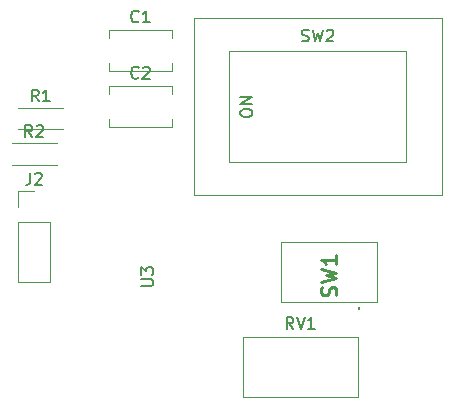
<source format=gbr>
%TF.GenerationSoftware,KiCad,Pcbnew,7.0.2-0*%
%TF.CreationDate,2023-08-02T22:48:59+09:00*%
%TF.ProjectId,power_board,706f7765-725f-4626-9f61-72642e6b6963,rev?*%
%TF.SameCoordinates,Original*%
%TF.FileFunction,Legend,Top*%
%TF.FilePolarity,Positive*%
%FSLAX46Y46*%
G04 Gerber Fmt 4.6, Leading zero omitted, Abs format (unit mm)*
G04 Created by KiCad (PCBNEW 7.0.2-0) date 2023-08-02 22:48:59*
%MOMM*%
%LPD*%
G01*
G04 APERTURE LIST*
%ADD10C,0.150000*%
%ADD11C,0.254000*%
%ADD12C,0.120000*%
%ADD13C,0.200000*%
%ADD14C,0.100000*%
G04 APERTURE END LIST*
D10*
%TO.C,SW2*%
X162666667Y-93415000D02*
X162809524Y-93462619D01*
X162809524Y-93462619D02*
X163047619Y-93462619D01*
X163047619Y-93462619D02*
X163142857Y-93415000D01*
X163142857Y-93415000D02*
X163190476Y-93367380D01*
X163190476Y-93367380D02*
X163238095Y-93272142D01*
X163238095Y-93272142D02*
X163238095Y-93176904D01*
X163238095Y-93176904D02*
X163190476Y-93081666D01*
X163190476Y-93081666D02*
X163142857Y-93034047D01*
X163142857Y-93034047D02*
X163047619Y-92986428D01*
X163047619Y-92986428D02*
X162857143Y-92938809D01*
X162857143Y-92938809D02*
X162761905Y-92891190D01*
X162761905Y-92891190D02*
X162714286Y-92843571D01*
X162714286Y-92843571D02*
X162666667Y-92748333D01*
X162666667Y-92748333D02*
X162666667Y-92653095D01*
X162666667Y-92653095D02*
X162714286Y-92557857D01*
X162714286Y-92557857D02*
X162761905Y-92510238D01*
X162761905Y-92510238D02*
X162857143Y-92462619D01*
X162857143Y-92462619D02*
X163095238Y-92462619D01*
X163095238Y-92462619D02*
X163238095Y-92510238D01*
X163571429Y-92462619D02*
X163809524Y-93462619D01*
X163809524Y-93462619D02*
X164000000Y-92748333D01*
X164000000Y-92748333D02*
X164190476Y-93462619D01*
X164190476Y-93462619D02*
X164428572Y-92462619D01*
X164761905Y-92557857D02*
X164809524Y-92510238D01*
X164809524Y-92510238D02*
X164904762Y-92462619D01*
X164904762Y-92462619D02*
X165142857Y-92462619D01*
X165142857Y-92462619D02*
X165238095Y-92510238D01*
X165238095Y-92510238D02*
X165285714Y-92557857D01*
X165285714Y-92557857D02*
X165333333Y-92653095D01*
X165333333Y-92653095D02*
X165333333Y-92748333D01*
X165333333Y-92748333D02*
X165285714Y-92891190D01*
X165285714Y-92891190D02*
X164714286Y-93462619D01*
X164714286Y-93462619D02*
X165333333Y-93462619D01*
X157462619Y-99619047D02*
X157462619Y-99428571D01*
X157462619Y-99428571D02*
X157510238Y-99333333D01*
X157510238Y-99333333D02*
X157605476Y-99238095D01*
X157605476Y-99238095D02*
X157795952Y-99190476D01*
X157795952Y-99190476D02*
X158129285Y-99190476D01*
X158129285Y-99190476D02*
X158319761Y-99238095D01*
X158319761Y-99238095D02*
X158415000Y-99333333D01*
X158415000Y-99333333D02*
X158462619Y-99428571D01*
X158462619Y-99428571D02*
X158462619Y-99619047D01*
X158462619Y-99619047D02*
X158415000Y-99714285D01*
X158415000Y-99714285D02*
X158319761Y-99809523D01*
X158319761Y-99809523D02*
X158129285Y-99857142D01*
X158129285Y-99857142D02*
X157795952Y-99857142D01*
X157795952Y-99857142D02*
X157605476Y-99809523D01*
X157605476Y-99809523D02*
X157510238Y-99714285D01*
X157510238Y-99714285D02*
X157462619Y-99619047D01*
X158462619Y-98761904D02*
X157462619Y-98761904D01*
X157462619Y-98761904D02*
X158462619Y-98190476D01*
X158462619Y-98190476D02*
X157462619Y-98190476D01*
%TO.C,RV1*%
X161944761Y-117802619D02*
X161611428Y-117326428D01*
X161373333Y-117802619D02*
X161373333Y-116802619D01*
X161373333Y-116802619D02*
X161754285Y-116802619D01*
X161754285Y-116802619D02*
X161849523Y-116850238D01*
X161849523Y-116850238D02*
X161897142Y-116897857D01*
X161897142Y-116897857D02*
X161944761Y-116993095D01*
X161944761Y-116993095D02*
X161944761Y-117135952D01*
X161944761Y-117135952D02*
X161897142Y-117231190D01*
X161897142Y-117231190D02*
X161849523Y-117278809D01*
X161849523Y-117278809D02*
X161754285Y-117326428D01*
X161754285Y-117326428D02*
X161373333Y-117326428D01*
X162230476Y-116802619D02*
X162563809Y-117802619D01*
X162563809Y-117802619D02*
X162897142Y-116802619D01*
X163754285Y-117802619D02*
X163182857Y-117802619D01*
X163468571Y-117802619D02*
X163468571Y-116802619D01*
X163468571Y-116802619D02*
X163373333Y-116945476D01*
X163373333Y-116945476D02*
X163278095Y-117040714D01*
X163278095Y-117040714D02*
X163182857Y-117088333D01*
%TO.C,R1*%
X140373333Y-98542619D02*
X140040000Y-98066428D01*
X139801905Y-98542619D02*
X139801905Y-97542619D01*
X139801905Y-97542619D02*
X140182857Y-97542619D01*
X140182857Y-97542619D02*
X140278095Y-97590238D01*
X140278095Y-97590238D02*
X140325714Y-97637857D01*
X140325714Y-97637857D02*
X140373333Y-97733095D01*
X140373333Y-97733095D02*
X140373333Y-97875952D01*
X140373333Y-97875952D02*
X140325714Y-97971190D01*
X140325714Y-97971190D02*
X140278095Y-98018809D01*
X140278095Y-98018809D02*
X140182857Y-98066428D01*
X140182857Y-98066428D02*
X139801905Y-98066428D01*
X141325714Y-98542619D02*
X140754286Y-98542619D01*
X141040000Y-98542619D02*
X141040000Y-97542619D01*
X141040000Y-97542619D02*
X140944762Y-97685476D01*
X140944762Y-97685476D02*
X140849524Y-97780714D01*
X140849524Y-97780714D02*
X140754286Y-97828333D01*
D11*
%TO.C,SW1*%
X165527050Y-114973333D02*
X165587526Y-114791904D01*
X165587526Y-114791904D02*
X165587526Y-114489523D01*
X165587526Y-114489523D02*
X165527050Y-114368571D01*
X165527050Y-114368571D02*
X165466573Y-114308095D01*
X165466573Y-114308095D02*
X165345621Y-114247618D01*
X165345621Y-114247618D02*
X165224669Y-114247618D01*
X165224669Y-114247618D02*
X165103716Y-114308095D01*
X165103716Y-114308095D02*
X165043240Y-114368571D01*
X165043240Y-114368571D02*
X164982764Y-114489523D01*
X164982764Y-114489523D02*
X164922288Y-114731428D01*
X164922288Y-114731428D02*
X164861811Y-114852380D01*
X164861811Y-114852380D02*
X164801335Y-114912857D01*
X164801335Y-114912857D02*
X164680383Y-114973333D01*
X164680383Y-114973333D02*
X164559430Y-114973333D01*
X164559430Y-114973333D02*
X164438478Y-114912857D01*
X164438478Y-114912857D02*
X164378002Y-114852380D01*
X164378002Y-114852380D02*
X164317526Y-114731428D01*
X164317526Y-114731428D02*
X164317526Y-114429047D01*
X164317526Y-114429047D02*
X164378002Y-114247618D01*
X164317526Y-113824285D02*
X165587526Y-113521904D01*
X165587526Y-113521904D02*
X164680383Y-113279999D01*
X164680383Y-113279999D02*
X165587526Y-113038094D01*
X165587526Y-113038094D02*
X164317526Y-112735714D01*
X165587526Y-111586665D02*
X165587526Y-112312380D01*
X165587526Y-111949523D02*
X164317526Y-111949523D01*
X164317526Y-111949523D02*
X164498954Y-112070475D01*
X164498954Y-112070475D02*
X164619907Y-112191427D01*
X164619907Y-112191427D02*
X164680383Y-112312380D01*
D10*
%TO.C,U3*%
X149077619Y-114157904D02*
X149887142Y-114157904D01*
X149887142Y-114157904D02*
X149982380Y-114110285D01*
X149982380Y-114110285D02*
X150030000Y-114062666D01*
X150030000Y-114062666D02*
X150077619Y-113967428D01*
X150077619Y-113967428D02*
X150077619Y-113776952D01*
X150077619Y-113776952D02*
X150030000Y-113681714D01*
X150030000Y-113681714D02*
X149982380Y-113634095D01*
X149982380Y-113634095D02*
X149887142Y-113586476D01*
X149887142Y-113586476D02*
X149077619Y-113586476D01*
X149077619Y-113205523D02*
X149077619Y-112586476D01*
X149077619Y-112586476D02*
X149458571Y-112919809D01*
X149458571Y-112919809D02*
X149458571Y-112776952D01*
X149458571Y-112776952D02*
X149506190Y-112681714D01*
X149506190Y-112681714D02*
X149553809Y-112634095D01*
X149553809Y-112634095D02*
X149649047Y-112586476D01*
X149649047Y-112586476D02*
X149887142Y-112586476D01*
X149887142Y-112586476D02*
X149982380Y-112634095D01*
X149982380Y-112634095D02*
X150030000Y-112681714D01*
X150030000Y-112681714D02*
X150077619Y-112776952D01*
X150077619Y-112776952D02*
X150077619Y-113062666D01*
X150077619Y-113062666D02*
X150030000Y-113157904D01*
X150030000Y-113157904D02*
X149982380Y-113205523D01*
%TO.C,C1*%
X148833333Y-91767380D02*
X148785714Y-91815000D01*
X148785714Y-91815000D02*
X148642857Y-91862619D01*
X148642857Y-91862619D02*
X148547619Y-91862619D01*
X148547619Y-91862619D02*
X148404762Y-91815000D01*
X148404762Y-91815000D02*
X148309524Y-91719761D01*
X148309524Y-91719761D02*
X148261905Y-91624523D01*
X148261905Y-91624523D02*
X148214286Y-91434047D01*
X148214286Y-91434047D02*
X148214286Y-91291190D01*
X148214286Y-91291190D02*
X148261905Y-91100714D01*
X148261905Y-91100714D02*
X148309524Y-91005476D01*
X148309524Y-91005476D02*
X148404762Y-90910238D01*
X148404762Y-90910238D02*
X148547619Y-90862619D01*
X148547619Y-90862619D02*
X148642857Y-90862619D01*
X148642857Y-90862619D02*
X148785714Y-90910238D01*
X148785714Y-90910238D02*
X148833333Y-90957857D01*
X149785714Y-91862619D02*
X149214286Y-91862619D01*
X149500000Y-91862619D02*
X149500000Y-90862619D01*
X149500000Y-90862619D02*
X149404762Y-91005476D01*
X149404762Y-91005476D02*
X149309524Y-91100714D01*
X149309524Y-91100714D02*
X149214286Y-91148333D01*
%TO.C,J2*%
X139666666Y-104592619D02*
X139666666Y-105306904D01*
X139666666Y-105306904D02*
X139619047Y-105449761D01*
X139619047Y-105449761D02*
X139523809Y-105545000D01*
X139523809Y-105545000D02*
X139380952Y-105592619D01*
X139380952Y-105592619D02*
X139285714Y-105592619D01*
X140095238Y-104687857D02*
X140142857Y-104640238D01*
X140142857Y-104640238D02*
X140238095Y-104592619D01*
X140238095Y-104592619D02*
X140476190Y-104592619D01*
X140476190Y-104592619D02*
X140571428Y-104640238D01*
X140571428Y-104640238D02*
X140619047Y-104687857D01*
X140619047Y-104687857D02*
X140666666Y-104783095D01*
X140666666Y-104783095D02*
X140666666Y-104878333D01*
X140666666Y-104878333D02*
X140619047Y-105021190D01*
X140619047Y-105021190D02*
X140047619Y-105592619D01*
X140047619Y-105592619D02*
X140666666Y-105592619D01*
%TO.C,C2*%
X148833333Y-96517380D02*
X148785714Y-96565000D01*
X148785714Y-96565000D02*
X148642857Y-96612619D01*
X148642857Y-96612619D02*
X148547619Y-96612619D01*
X148547619Y-96612619D02*
X148404762Y-96565000D01*
X148404762Y-96565000D02*
X148309524Y-96469761D01*
X148309524Y-96469761D02*
X148261905Y-96374523D01*
X148261905Y-96374523D02*
X148214286Y-96184047D01*
X148214286Y-96184047D02*
X148214286Y-96041190D01*
X148214286Y-96041190D02*
X148261905Y-95850714D01*
X148261905Y-95850714D02*
X148309524Y-95755476D01*
X148309524Y-95755476D02*
X148404762Y-95660238D01*
X148404762Y-95660238D02*
X148547619Y-95612619D01*
X148547619Y-95612619D02*
X148642857Y-95612619D01*
X148642857Y-95612619D02*
X148785714Y-95660238D01*
X148785714Y-95660238D02*
X148833333Y-95707857D01*
X149214286Y-95707857D02*
X149261905Y-95660238D01*
X149261905Y-95660238D02*
X149357143Y-95612619D01*
X149357143Y-95612619D02*
X149595238Y-95612619D01*
X149595238Y-95612619D02*
X149690476Y-95660238D01*
X149690476Y-95660238D02*
X149738095Y-95707857D01*
X149738095Y-95707857D02*
X149785714Y-95803095D01*
X149785714Y-95803095D02*
X149785714Y-95898333D01*
X149785714Y-95898333D02*
X149738095Y-96041190D01*
X149738095Y-96041190D02*
X149166667Y-96612619D01*
X149166667Y-96612619D02*
X149785714Y-96612619D01*
%TO.C,R2*%
X139833333Y-101542619D02*
X139500000Y-101066428D01*
X139261905Y-101542619D02*
X139261905Y-100542619D01*
X139261905Y-100542619D02*
X139642857Y-100542619D01*
X139642857Y-100542619D02*
X139738095Y-100590238D01*
X139738095Y-100590238D02*
X139785714Y-100637857D01*
X139785714Y-100637857D02*
X139833333Y-100733095D01*
X139833333Y-100733095D02*
X139833333Y-100875952D01*
X139833333Y-100875952D02*
X139785714Y-100971190D01*
X139785714Y-100971190D02*
X139738095Y-101018809D01*
X139738095Y-101018809D02*
X139642857Y-101066428D01*
X139642857Y-101066428D02*
X139261905Y-101066428D01*
X140214286Y-100637857D02*
X140261905Y-100590238D01*
X140261905Y-100590238D02*
X140357143Y-100542619D01*
X140357143Y-100542619D02*
X140595238Y-100542619D01*
X140595238Y-100542619D02*
X140690476Y-100590238D01*
X140690476Y-100590238D02*
X140738095Y-100637857D01*
X140738095Y-100637857D02*
X140785714Y-100733095D01*
X140785714Y-100733095D02*
X140785714Y-100828333D01*
X140785714Y-100828333D02*
X140738095Y-100971190D01*
X140738095Y-100971190D02*
X140166667Y-101542619D01*
X140166667Y-101542619D02*
X140785714Y-101542619D01*
D12*
%TO.C,SW2*%
X174500000Y-106500000D02*
X174500000Y-91500000D01*
X174500000Y-91500000D02*
X153500000Y-91500000D01*
X171500000Y-103700000D02*
X171500000Y-94300000D01*
X171500000Y-94300000D02*
X156500000Y-94300000D01*
X156500000Y-103700000D02*
X171500000Y-103700000D01*
X156500000Y-99000000D02*
X156500000Y-103700000D01*
X156500000Y-94300000D02*
X156500000Y-99000000D01*
X153500000Y-106500000D02*
X174500000Y-106500000D01*
X153500000Y-99000000D02*
X153500000Y-106500000D01*
X153500000Y-91500000D02*
X153500000Y-99000000D01*
%TO.C,RV1*%
X157655000Y-118470000D02*
X157655000Y-123540000D01*
X157655000Y-118470000D02*
X167425000Y-118470000D01*
X157655000Y-123540000D02*
X167425000Y-123540000D01*
X167425000Y-118470000D02*
X167425000Y-123540000D01*
%TO.C,R1*%
X138620000Y-99080000D02*
X142460000Y-99080000D01*
X138620000Y-100920000D02*
X142460000Y-100920000D01*
D13*
%TO.C,SW1*%
X167540000Y-116100000D02*
X167540000Y-116100000D01*
X167540000Y-116100000D02*
X167540000Y-116100000D01*
X167540000Y-116000000D02*
X167540000Y-116000000D01*
D14*
X160935000Y-115540000D02*
X169065000Y-115540000D01*
X169065000Y-115540000D02*
X169065000Y-110460000D01*
X160935000Y-110460000D02*
X160935000Y-115540000D01*
X169065000Y-110460000D02*
X160935000Y-110460000D01*
D13*
X167540000Y-116000000D02*
G75*
G03*
X167540000Y-116100000I0J-50000D01*
G01*
X167540000Y-116100000D02*
G75*
G03*
X167540000Y-116000000I0J50000D01*
G01*
X167540000Y-116100000D02*
G75*
G03*
X167540000Y-116000000I0J50000D01*
G01*
D12*
%TO.C,C1*%
X146330000Y-92529000D02*
X146330000Y-93195000D01*
X146330000Y-92529000D02*
X151670000Y-92529000D01*
X146330000Y-95305000D02*
X146330000Y-95971000D01*
X146330000Y-95971000D02*
X151670000Y-95971000D01*
X151670000Y-92529000D02*
X151670000Y-93195000D01*
X151670000Y-95305000D02*
X151670000Y-95971000D01*
%TO.C,J2*%
X138670000Y-106130000D02*
X140000000Y-106130000D01*
X138670000Y-107460000D02*
X138670000Y-106130000D01*
X138670000Y-108730000D02*
X138670000Y-113870000D01*
X138670000Y-108730000D02*
X141330000Y-108730000D01*
X138670000Y-113870000D02*
X141330000Y-113870000D01*
X141330000Y-108730000D02*
X141330000Y-113870000D01*
%TO.C,C2*%
X146330000Y-97279000D02*
X146330000Y-97945000D01*
X146330000Y-97279000D02*
X151670000Y-97279000D01*
X146330000Y-100055000D02*
X146330000Y-100721000D01*
X146330000Y-100721000D02*
X151670000Y-100721000D01*
X151670000Y-97279000D02*
X151670000Y-97945000D01*
X151670000Y-100055000D02*
X151670000Y-100721000D01*
%TO.C,R2*%
X138080000Y-102080000D02*
X141920000Y-102080000D01*
X138080000Y-103920000D02*
X141920000Y-103920000D01*
%TD*%
M02*

</source>
